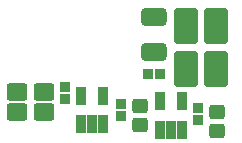
<source format=gbs>
G04*
G04 #@! TF.GenerationSoftware,Altium Limited,Altium Designer,22.7.1 (60)*
G04*
G04 Layer_Color=16711935*
%FSLAX43Y43*%
%MOMM*%
G71*
G04*
G04 #@! TF.SameCoordinates,DF1E0758-EE3D-4B36-99E4-D52E4057D36D*
G04*
G04*
G04 #@! TF.FilePolarity,Negative*
G04*
G01*
G75*
G04:AMPARAMS|DCode=14|XSize=0.89mm|YSize=0.9mm|CornerRadius=0.224mm|HoleSize=0mm|Usage=FLASHONLY|Rotation=270.000|XOffset=0mm|YOffset=0mm|HoleType=Round|Shape=RoundedRectangle|*
%AMROUNDEDRECTD14*
21,1,0.890,0.453,0,0,270.0*
21,1,0.443,0.900,0,0,270.0*
1,1,0.447,-0.226,-0.221*
1,1,0.447,-0.226,0.221*
1,1,0.447,0.226,0.221*
1,1,0.447,0.226,-0.221*
%
%ADD14ROUNDEDRECTD14*%
G04:AMPARAMS|DCode=18|XSize=1.24mm|YSize=1.33mm|CornerRadius=0.268mm|HoleSize=0mm|Usage=FLASHONLY|Rotation=90.000|XOffset=0mm|YOffset=0mm|HoleType=Round|Shape=RoundedRectangle|*
%AMROUNDEDRECTD18*
21,1,1.240,0.795,0,0,90.0*
21,1,0.705,1.330,0,0,90.0*
1,1,0.535,0.398,0.353*
1,1,0.535,0.398,-0.353*
1,1,0.535,-0.398,-0.353*
1,1,0.535,-0.398,0.353*
%
%ADD18ROUNDEDRECTD18*%
G04:AMPARAMS|DCode=20|XSize=0.91mm|YSize=0.9mm|CornerRadius=0.225mm|HoleSize=0mm|Usage=FLASHONLY|Rotation=180.000|XOffset=0mm|YOffset=0mm|HoleType=Round|Shape=RoundedRectangle|*
%AMROUNDEDRECTD20*
21,1,0.910,0.450,0,0,180.0*
21,1,0.460,0.900,0,0,180.0*
1,1,0.450,-0.230,0.225*
1,1,0.450,0.230,0.225*
1,1,0.450,0.230,-0.225*
1,1,0.450,-0.230,-0.225*
%
%ADD20ROUNDEDRECTD20*%
G04:AMPARAMS|DCode=21|XSize=0.91mm|YSize=1.56mm|CornerRadius=0.226mm|HoleSize=0mm|Usage=FLASHONLY|Rotation=180.000|XOffset=0mm|YOffset=0mm|HoleType=Round|Shape=RoundedRectangle|*
%AMROUNDEDRECTD21*
21,1,0.910,1.108,0,0,180.0*
21,1,0.458,1.560,0,0,180.0*
1,1,0.453,-0.229,0.554*
1,1,0.453,0.229,0.554*
1,1,0.453,0.229,-0.554*
1,1,0.453,-0.229,-0.554*
%
%ADD21ROUNDEDRECTD21*%
G04:AMPARAMS|DCode=48|XSize=1.51mm|YSize=1.76mm|CornerRadius=0.301mm|HoleSize=0mm|Usage=FLASHONLY|Rotation=270.000|XOffset=0mm|YOffset=0mm|HoleType=Round|Shape=RoundedRectangle|*
%AMROUNDEDRECTD48*
21,1,1.510,1.158,0,0,270.0*
21,1,0.907,1.760,0,0,270.0*
1,1,0.603,-0.579,-0.454*
1,1,0.603,-0.579,0.454*
1,1,0.603,0.579,0.454*
1,1,0.603,0.579,-0.454*
%
%ADD48ROUNDEDRECTD48*%
G04:AMPARAMS|DCode=49|XSize=2.06mm|YSize=3.12mm|CornerRadius=0.37mm|HoleSize=0mm|Usage=FLASHONLY|Rotation=180.000|XOffset=0mm|YOffset=0mm|HoleType=Round|Shape=RoundedRectangle|*
%AMROUNDEDRECTD49*
21,1,2.060,2.380,0,0,180.0*
21,1,1.320,3.120,0,0,180.0*
1,1,0.740,-0.660,1.190*
1,1,0.740,0.660,1.190*
1,1,0.740,0.660,-1.190*
1,1,0.740,-0.660,-1.190*
%
%ADD49ROUNDEDRECTD49*%
G04:AMPARAMS|DCode=50|XSize=1.5mm|YSize=2.13mm|CornerRadius=0.3mm|HoleSize=0mm|Usage=FLASHONLY|Rotation=270.000|XOffset=0mm|YOffset=0mm|HoleType=Round|Shape=RoundedRectangle|*
%AMROUNDEDRECTD50*
21,1,1.500,1.530,0,0,270.0*
21,1,0.900,2.130,0,0,270.0*
1,1,0.600,-0.765,-0.450*
1,1,0.600,-0.765,0.450*
1,1,0.600,0.765,0.450*
1,1,0.600,0.765,-0.450*
%
%ADD50ROUNDEDRECTD50*%
G04:AMPARAMS|DCode=51|XSize=0.91mm|YSize=0.9mm|CornerRadius=0.225mm|HoleSize=0mm|Usage=FLASHONLY|Rotation=90.000|XOffset=0mm|YOffset=0mm|HoleType=Round|Shape=RoundedRectangle|*
%AMROUNDEDRECTD51*
21,1,0.910,0.450,0,0,90.0*
21,1,0.460,0.900,0,0,90.0*
1,1,0.450,0.225,0.230*
1,1,0.450,0.225,-0.230*
1,1,0.450,-0.225,-0.230*
1,1,0.450,-0.225,0.230*
%
%ADD51ROUNDEDRECTD51*%
D14*
X20380Y4150D02*
D03*
X20380Y3125D02*
D03*
X9120Y4900D02*
D03*
X9120Y5925D02*
D03*
D18*
X21950Y2255D02*
D03*
X21950Y3855D02*
D03*
X15450Y2755D02*
D03*
Y4355D02*
D03*
D20*
X16113Y7050D02*
D03*
X17112Y7050D02*
D03*
D21*
X19025Y4780D02*
D03*
X17125Y4780D02*
D03*
X17125Y2330D02*
D03*
X18075Y2330D02*
D03*
X19025Y2330D02*
D03*
X12350Y5230D02*
D03*
X10450Y5230D02*
D03*
X10450Y2780D02*
D03*
X11400Y2780D02*
D03*
X12350Y2780D02*
D03*
D48*
X7325Y3805D02*
D03*
X7325Y5495D02*
D03*
X5075Y3805D02*
D03*
X5075Y5495D02*
D03*
D49*
X19305Y11100D02*
D03*
X21895Y11100D02*
D03*
X19305Y7445D02*
D03*
X21895Y7445D02*
D03*
D50*
X16600Y8900D02*
D03*
X16600Y11900D02*
D03*
D51*
X13825Y3505D02*
D03*
Y4505D02*
D03*
M02*

</source>
